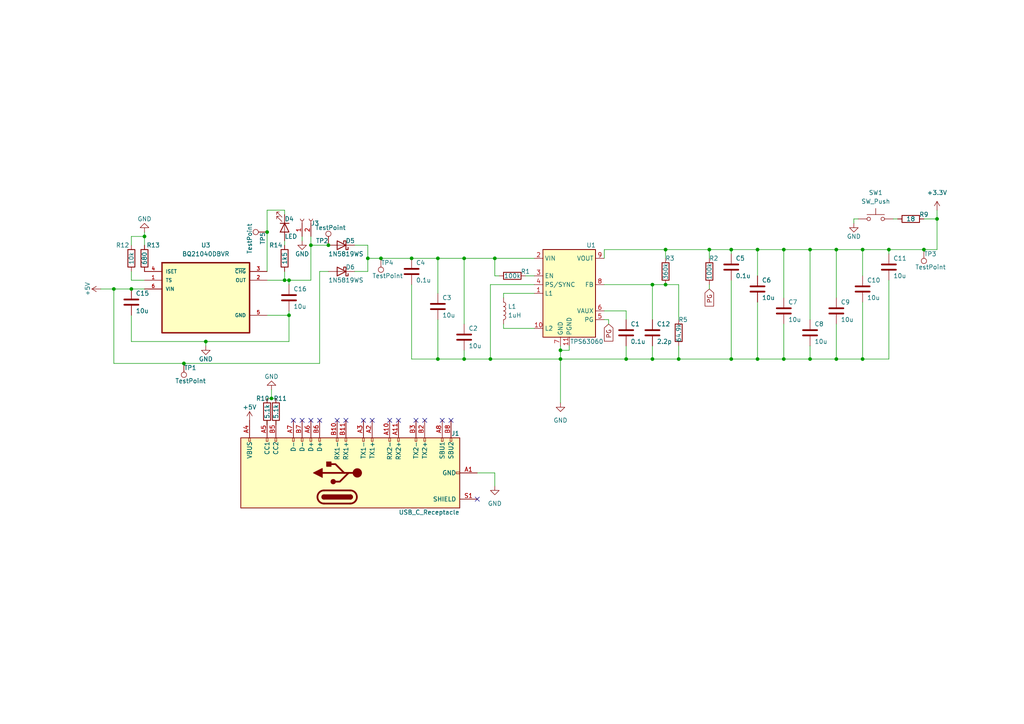
<source format=kicad_sch>
(kicad_sch (version 20230121) (generator eeschema)
  (paper "A4")
  (title_block (title "Buck/Boost Converter") (date "2023-10-27") (rev "01") (company "Cisco Systems - Finn Berg"))
  (lib_symbols
    (symbol "BQ21040DBVR:BQ21040DBVR" (pin_names (offset 1.016))
      (property "Reference" "U" (at -12.7 11.16 0))
      (property "Value" "BQ21040DBVR" (at -12.7 -14.16 0))
      (symbol "BQ21040DBVR_0_0"
        (rectangle (start -12.7 -10.16) (end 12.7 10.16) (stroke (width 0.41)) (fill (type background)))
        (pin input line (at -17.78 5.08 0) (length 5.08) (name "TS") (number "1"))
        (pin output line (at 17.78 5.08 180) (length 5.08) (name "OUT") (number "2"))
        (pin output line (at 17.78 7.62 180) (length 5.08) (name "~{CHG}") (number "3"))
        (pin input line (at -17.78 7.62 0) (length 5.08) (name "ISET") (number "4"))
        (pin power_in line (at 17.78 -5.08 180) (length 5.08) (name "GND") (number "5"))
        (pin input line (at -17.78 2.54 0) (length 5.08) (name "VIN") (number "6"))
      )
    )
    (symbol "Connector:Conn_01x02_Socket" (pin_names (offset 1.016) hide)
      (property "Reference" "J" (at 0 2.54 0))
      (property "Value" "Conn_01x02_Socket" (at 0 -5.08 0))
      (symbol "Conn_01x02_Socket_1_1"
        (arc (start 0 -2.032) (mid -0.5058 -2.54) (end 0 -3.048) (stroke (width 0.1524)))
        (polyline (pts (xy -1.27 -2.54) (xy -0.508 -2.54)) (stroke (width 0.1524)))
        (polyline (pts (xy -1.27 0) (xy -0.508 0)) (stroke (width 0.1524)))
        (arc (start 0 0.508) (mid -0.5058 0) (end 0 -0.508) (stroke (width 0.1524)))
        (pin passive line (at -5.08 0 0) (length 3.81) (name "Pin_1") (number "1"))
        (pin passive line (at -5.08 -2.54 0) (length 3.81) (name "Pin_2") (number "2"))
      )
    )
    (symbol "Connector:TestPoint" (pin_numbers hide) (pin_names (offset 0.762) hide)
      (property "Reference" "TP" (at 0 6.858 0))
      (property "Value" "TestPoint" (at 0 5.08 0))
      (symbol "TestPoint_0_1"
        (circle (center 0 3.302) (radius 0.762))
      )
      (symbol "TestPoint_1_1"
        (pin passive line (at 0 0 90) (length 2.54) (name "1") (number "1"))
      )
    )
    (symbol "Connector:USB_C_Receptacle" (pin_names (offset 1.016))
      (property "Reference" "J" (at -10.16 29.21 0))
      (property "Value" "USB_C_Receptacle" (at 10.16 29.21 0))
      (symbol "USB_C_Receptacle_0_0"
        (rectangle (start -0.254 -35.56) (end 0.254 -34.544))
        (rectangle (start 10.16 -32.766) (end 9.144 -33.274))
        (rectangle (start 10.16 -30.226) (end 9.144 -30.734))
        (rectangle (start 10.16 -25.146) (end 9.144 -25.654))
        (rectangle (start 10.16 -22.606) (end 9.144 -23.114))
        (rectangle (start 10.16 -17.526) (end 9.144 -18.034))
        (rectangle (start 10.16 -14.986) (end 9.144 -15.494))
        (rectangle (start 10.16 -9.906) (end 9.144 -10.414))
        (rectangle (start 10.16 -7.366) (end 9.144 -7.874))
        (rectangle (start 10.16 -2.286) (end 9.144 -2.794))
        (rectangle (start 10.16 0.254) (end 9.144 -0.254))
        (rectangle (start 10.16 5.334) (end 9.144 4.826))
        (rectangle (start 10.16 7.874) (end 9.144 7.366))
        (rectangle (start 10.16 10.414) (end 9.144 9.906))
        (rectangle (start 10.16 12.954) (end 9.144 12.446))
        (rectangle (start 10.16 18.034) (end 9.144 17.526))
        (rectangle (start 10.16 20.574) (end 9.144 20.066))
        (rectangle (start 10.16 25.654) (end 9.144 25.146))
      )
      (symbol "USB_C_Receptacle_0_1"
        (rectangle (start -10.16 27.94) (end 10.16 -35.56) (stroke (width 0.254)) (fill (type background)))
        (arc (start -8.89 -3.81) (mid -6.985 -5.7067) (end -5.08 -3.81) (stroke (width 0.508)))
        (arc (start -7.62 -3.81) (mid -6.985 -4.4423) (end -6.35 -3.81) (stroke (width 0.254)))
        (arc (start -7.62 -3.81) (mid -6.985 -4.4423) (end -6.35 -3.81) (stroke (width 0.254)) (fill (type outline)))
        (rectangle (start -7.62 -3.81) (end -6.35 3.81) (stroke (width 0.254)) (fill (type outline)))
        (arc (start -6.35 3.81) (mid -6.985 4.4423) (end -7.62 3.81) (stroke (width 0.254)))
        (arc (start -6.35 3.81) (mid -6.985 4.4423) (end -7.62 3.81) (stroke (width 0.254)) (fill (type outline)))
        (arc (start -5.08 3.81) (mid -6.985 5.7067) (end -8.89 3.81) (stroke (width 0.508)))
        (polyline (pts (xy -8.89 -3.81) (xy -8.89 3.81)) (stroke (width 0.508)))
        (polyline (pts (xy -5.08 3.81) (xy -5.08 -3.81)) (stroke (width 0.508)))
      )
      (symbol "USB_C_Receptacle_1_1"
        (circle (center -2.54 1.143) (radius 0.635) (stroke (width 0.254)) (fill (type outline)))
        (circle (center 0 -5.842) (radius 1.27) (fill (type outline)))
        (polyline (pts (xy 0 -5.842) (xy 0 4.318)) (stroke (width 0.508)))
        (polyline (pts (xy 0 -3.302) (xy -2.54 -0.762) (xy -2.54 0.508)) (stroke (width 0.508)))
        (polyline (pts (xy 0 -2.032) (xy 2.54 0.508) (xy 2.54 1.778)) (stroke (width 0.508)))
        (polyline (pts (xy -1.27 4.318) (xy 0 6.858) (xy 1.27 4.318) (xy -1.27 4.318)) (stroke (width 0.254)) (fill (type outline)))
        (rectangle (start 1.905 1.778) (end 3.175 3.048) (stroke (width 0.254)) (fill (type outline)))
        (pin passive line (at 0 -40.64 90) (length 5.08) (name "GND") (number "A1"))
        (pin bidirectional line (at 15.24 -15.24 180) (length 5.08) (name "RX2-") (number "A10"))
        (pin bidirectional line (at 15.24 -17.78 180) (length 5.08) (name "RX2+") (number "A11"))
        (pin passive line (at 0 -40.64 90) (length 5.08) hide (name "GND") (number "A12"))
        (pin bidirectional line (at 15.24 -10.16 180) (length 5.08) (name "TX1+") (number "A2"))
        (pin bidirectional line (at 15.24 -7.62 180) (length 5.08) (name "TX1-") (number "A3"))
        (pin passive line (at 15.24 25.4 180) (length 5.08) (name "VBUS") (number "A4"))
        (pin bidirectional line (at 15.24 20.32 180) (length 5.08) (name "CC1") (number "A5"))
        (pin bidirectional line (at 15.24 7.62 180) (length 5.08) (name "D+") (number "A6"))
        (pin bidirectional line (at 15.24 12.7 180) (length 5.08) (name "D-") (number "A7"))
        (pin bidirectional line (at 15.24 -30.48 180) (length 5.08) (name "SBU1") (number "A8"))
        (pin passive line (at 15.24 25.4 180) (length 5.08) hide (name "VBUS") (number "A9"))
        (pin passive line (at 0 -40.64 90) (length 5.08) hide (name "GND") (number "B1"))
        (pin bidirectional line (at 15.24 0 180) (length 5.08) (name "RX1-") (number "B10"))
        (pin bidirectional line (at 15.24 -2.54 180) (length 5.08) (name "RX1+") (number "B11"))
        (pin passive line (at 0 -40.64 90) (length 5.08) hide (name "GND") (number "B12"))
        (pin bidirectional line (at 15.24 -25.4 180) (length 5.08) (name "TX2+") (number "B2"))
        (pin bidirectional line (at 15.24 -22.86 180) (length 5.08) (name "TX2-") (number "B3"))
        (pin passive line (at 15.24 25.4 180) (length 5.08) hide (name "VBUS") (number "B4"))
        (pin bidirectional line (at 15.24 17.78 180) (length 5.08) (name "CC2") (number "B5"))
        (pin bidirectional line (at 15.24 5.08 180) (length 5.08) (name "D+") (number "B6"))
        (pin bidirectional line (at 15.24 10.16 180) (length 5.08) (name "D-") (number "B7"))
        (pin bidirectional line (at 15.24 -33.02 180) (length 5.08) (name "SBU2") (number "B8"))
        (pin passive line (at 15.24 25.4 180) (length 5.08) hide (name "VBUS") (number "B9"))
        (pin passive line (at -7.62 -40.64 90) (length 5.08) (name "SHIELD") (number "S1"))
      )
    )
    (symbol "Device:C" (pin_numbers hide) (pin_names (offset 0.254))
      (property "Reference" "C" (at 0.635 2.54 0))
      (property "Value" "C" (at 0.635 -2.54 0))
      (symbol "C_0_1"
        (polyline (pts (xy -2.032 -0.762) (xy 2.032 -0.762)) (stroke (width 0.508)))
        (polyline (pts (xy -2.032 0.762) (xy 2.032 0.762)) (stroke (width 0.508)))
      )
      (symbol "C_1_1"
        (pin passive line (at 0 3.81 270) (length 2.794) (name "~") (number "1"))
        (pin passive line (at 0 -3.81 90) (length 2.794) (name "~") (number "2"))
      )
    )
    (symbol "Device:L" (pin_numbers hide) (pin_names (offset 1.016) hide)
      (property "Reference" "L" (at -1.27 0 90))
      (property "Value" "L" (at 1.905 0 90))
      (symbol "L_0_1"
        (arc (start 0 -2.54) (mid 0.6323 -1.905) (end 0 -1.27))
        (arc (start 0 -1.27) (mid 0.6323 -0.635) (end 0 0))
        (arc (start 0 0) (mid 0.6323 0.635) (end 0 1.27))
        (arc (start 0 1.27) (mid 0.6323 1.905) (end 0 2.54))
      )
      (symbol "L_1_1"
        (pin passive line (at 0 3.81 270) (length 1.27) (name "1") (number "1"))
        (pin passive line (at 0 -3.81 90) (length 1.27) (name "2") (number "2"))
      )
    )
    (symbol "Device:LED" (pin_numbers hide) (pin_names (offset 1.016) hide)
      (property "Reference" "D" (at 0 2.54 0))
      (property "Value" "LED" (at 0 -2.54 0))
      (symbol "LED_0_1"
        (polyline (pts (xy -1.27 -1.27) (xy -1.27 1.27)) (stroke (width 0.254)))
        (polyline (pts (xy -1.27 0) (xy 1.27 0)))
        (polyline (pts (xy 1.27 -1.27) (xy 1.27 1.27) (xy -1.27 0) (xy 1.27 -1.27)) (stroke (width 0.254)))
        (polyline (pts (xy -3.048 -0.762) (xy -4.572 -2.286) (xy -3.81 -2.286) (xy -4.572 -2.286) (xy -4.572 -1.524)))
        (polyline (pts (xy -1.778 -0.762) (xy -3.302 -2.286) (xy -2.54 -2.286) (xy -3.302 -2.286) (xy -3.302 -1.524)))
      )
      (symbol "LED_1_1"
        (pin passive line (at -3.81 0 0) (length 2.54) (name "K") (number "1"))
        (pin passive line (at 3.81 0 180) (length 2.54) (name "A") (number "2"))
      )
    )
    (symbol "Device:R" (pin_numbers hide) (pin_names (offset 0))
      (property "Reference" "R" (at 2.032 0 90))
      (property "Value" "R" (at 0 0 90))
      (symbol "R_0_1"
        (rectangle (start -1.016 -2.54) (end 1.016 2.54) (stroke (width 0.254)))
      )
      (symbol "R_1_1"
        (pin passive line (at 0 3.81 270) (length 1.27) (name "~") (number "1"))
        (pin passive line (at 0 -3.81 90) (length 1.27) (name "~") (number "2"))
      )
    )
    (symbol "Diode:1N5819WS" (pin_numbers hide) (pin_names (offset 1.016) hide)
      (property "Reference" "D" (at 0 2.54 0))
      (property "Value" "1N5819WS" (at 0 -2.54 0))
      (symbol "1N5819WS_0_1"
        (polyline (pts (xy 1.27 0) (xy -1.27 0)))
        (polyline (pts (xy 1.27 1.27) (xy 1.27 -1.27) (xy -1.27 0) (xy 1.27 1.27)) (stroke (width 0.254)))
        (polyline (pts (xy -1.905 0.635) (xy -1.905 1.27) (xy -1.27 1.27) (xy -1.27 -1.27) (xy -0.635 -1.27) (xy -0.635 -0.635)) (stroke (width 0.254)))
      )
      (symbol "1N5819WS_1_1"
        (pin passive line (at -3.81 0 0) (length 2.54) (name "K") (number "1"))
        (pin passive line (at 3.81 0 180) (length 2.54) (name "A") (number "2"))
      )
    )
    (symbol "Regulator_Switching:TPS63060"
      (property "Reference" "U" (at -7.62 13.97 0))
      (property "Value" "TPS63060" (at 2.54 13.97 0))
      (symbol "TPS63060_0_1"
        (rectangle (start -7.62 12.7) (end 7.62 -12.7) (stroke (width 0.254)) (fill (type background)))
      )
      (symbol "TPS63060_1_1"
        (pin input line (at -10.16 0 0) (length 2.54) (name "L1") (number "1"))
        (pin input line (at -10.16 -10.16 0) (length 2.54) (name "L2") (number "10"))
        (pin power_in line (at 0 -15.24 90) (length 2.54) (name "PGND") (number "11"))
        (pin power_in line (at -10.16 10.16 0) (length 2.54) (name "VIN") (number "2"))
        (pin input line (at -10.16 5.08 0) (length 2.54) (name "EN") (number "3"))
        (pin input line (at -10.16 2.54 0) (length 2.54) (name "PS/SYNC") (number "4"))
        (pin output line (at 10.16 -7.62 180) (length 2.54) (name "PG") (number "5"))
        (pin passive line (at 10.16 -5.08 180) (length 2.54) (name "VAUX") (number "6"))
        (pin power_in line (at -2.54 -15.24 90) (length 2.54) (name "GND") (number "7"))
        (pin input line (at 10.16 2.54 180) (length 2.54) (name "FB") (number "8"))
        (pin power_out line (at 10.16 10.16 180) (length 2.54) (name "VOUT") (number "9"))
      )
    )
    (symbol "Switch:SW_Push" (pin_numbers hide) (pin_names (offset 1.016) hide)
      (property "Reference" "SW" (at 1.27 2.54 0))
      (property "Value" "SW_Push" (at 0 -1.524 0))
      (symbol "SW_Push_0_1"
        (circle (center -2.032 0) (radius 0.508))
        (polyline (pts (xy 0 1.27) (xy 0 3.048)))
        (polyline (pts (xy 2.54 1.27) (xy -2.54 1.27)))
        (circle (center 2.032 0) (radius 0.508))
        (pin passive line (at -5.08 0 0) (length 2.54) (name "1") (number "1"))
        (pin passive line (at 5.08 0 180) (length 2.54) (name "2") (number "2"))
      )
    )
    (symbol "power:+3.3V" (power) (pin_names (offset 0))
      (property "Value" "+3.3V" (at 0 3.556 0))
      (symbol "+3.3V_0_1"
        (polyline (pts (xy -0.762 1.27) (xy 0 2.54)))
        (polyline (pts (xy 0 0) (xy 0 2.54)))
        (polyline (pts (xy 0 2.54) (xy 0.762 1.27)))
      )
      (symbol "+3.3V_1_1"
        (pin power_in line (at 0 0 90) (length 0) hide (name "+3.3V") (number "1"))
      )
    )
    (symbol "power:+5V" (power) (pin_names (offset 0))
      (property "Value" "+5V" (at 0 3.556 0))
      (symbol "+5V_0_1"
        (polyline (pts (xy -0.762 1.27) (xy 0 2.54)))
        (polyline (pts (xy 0 0) (xy 0 2.54)))
        (polyline (pts (xy 0 2.54) (xy 0.762 1.27)))
      )
      (symbol "+5V_1_1"
        (pin power_in line (at 0 0 90) (length 0) hide (name "+5V") (number "1"))
      )
    )
    (symbol "power:GND" (power) (pin_names (offset 0))
      (property "Value" "GND" (at 0 -3.81 0))
      (symbol "GND_0_1"
        (polyline (pts (xy 0 0) (xy 0 -1.27) (xy 1.27 -1.27) (xy 0 -2.54) (xy -1.27 -1.27) (xy 0 -1.27)))
      )
      (symbol "GND_1_1"
        (pin power_in line (at 0 0 270) (length 0) hide (name "GND") (number "1"))
      )
    )
  )
  (junction (at 193.04 72.39))
  (junction (at 134.62 104.14))
  (junction (at 189.23 82.55))
  (junction (at 106.68 74.93))
  (junction (at 41.91 68.58))
  (junction (at 53.34 105.41))
  (junction (at 82.55 81.28))
  (junction (at 59.69 99.06))
  (junction (at 227.33 104.14))
  (junction (at 193.04 82.55))
  (junction (at 196.85 104.14))
  (junction (at 234.95 104.14))
  (junction (at 83.82 81.28))
  (junction (at 257.81 72.39))
  (junction (at 134.62 74.93))
  (junction (at 242.57 72.39))
  (junction (at 90.17 71.12))
  (junction (at 234.95 72.39))
  (junction (at 250.19 104.14))
  (junction (at 33.02 83.82))
  (junction (at 205.74 72.39))
  (junction (at 181.61 104.14))
  (junction (at 271.78 63.5))
  (junction (at 77.47 67.31))
  (junction (at 250.19 72.39))
  (junction (at 143.51 74.93))
  (junction (at 38.1 83.82))
  (junction (at 212.09 104.14))
  (junction (at 127 74.93))
  (junction (at 127 104.14))
  (junction (at 219.71 104.14))
  (junction (at 227.33 72.39))
  (junction (at 162.56 101.6))
  (junction (at 83.82 91.44))
  (junction (at 119.38 74.93))
  (junction (at 242.57 104.14))
  (junction (at 142.24 104.14))
  (junction (at 162.56 104.14))
  (junction (at 78.74 115.57))
  (junction (at 95.25 71.12))
  (junction (at 110.49 74.93))
  (junction (at 219.71 72.39))
  (junction (at 189.23 104.14))
  (junction (at 267.97 72.39))
  (junction (at 212.09 72.39))
  (no_connect (at 113.03 121.92))
  (no_connect (at 85.09 121.92))
  (no_connect (at 107.95 121.92))
  (no_connect (at 130.81 121.92))
  (no_connect (at 92.71 121.92))
  (no_connect (at 87.63 121.92))
  (no_connect (at 105.41 121.92))
  (no_connect (at 120.65 121.92))
  (no_connect (at 90.17 121.92))
  (no_connect (at 115.57 121.92))
  (no_connect (at 123.19 121.92))
  (no_connect (at 138.43 144.78))
  (no_connect (at 97.79 121.92))
  (no_connect (at 100.33 121.92))
  (no_connect (at 128.27 121.92))
  (wire (pts (xy 219.71 80.01) (xy 219.71 72.39)))
  (wire (pts (xy 165.1 101.6) (xy 162.56 101.6)))
  (wire (pts (xy 92.71 105.41) (xy 92.71 78.74)))
  (wire (pts (xy 219.71 104.14) (xy 227.33 104.14)))
  (wire (pts (xy 181.61 90.17) (xy 175.26 90.17)))
  (wire (pts (xy 59.69 99.06) (xy 38.1 99.06)))
  (wire (pts (xy 87.63 68.58) (xy 87.63 69.85)))
  (wire (pts (xy 196.85 104.14) (xy 212.09 104.14)))
  (wire (pts (xy 193.04 72.39) (xy 193.04 74.93)))
  (wire (pts (xy 212.09 72.39) (xy 219.71 72.39)))
  (wire (pts (xy 212.09 104.14) (xy 219.71 104.14)))
  (wire (pts (xy 250.19 72.39) (xy 257.81 72.39)))
  (wire (pts (xy 38.1 78.74) (xy 38.1 81.28)))
  (wire (pts (xy 119.38 104.14) (xy 127 104.14)))
  (wire (pts (xy 77.47 67.31) (xy 77.47 78.74)))
  (wire (pts (xy 242.57 72.39) (xy 250.19 72.39)))
  (wire (pts (xy 59.69 100.33) (xy 59.69 99.06)))
  (wire (pts (xy 175.26 72.39) (xy 193.04 72.39)))
  (wire (pts (xy 212.09 73.66) (xy 212.09 72.39)))
  (wire (pts (xy 162.56 104.14) (xy 181.61 104.14)))
  (wire (pts (xy 143.51 74.93) (xy 154.94 74.93)))
  (wire (pts (xy 234.95 100.33) (xy 234.95 104.14)))
  (wire (pts (xy 127 92.71) (xy 127 104.14)))
  (wire (pts (xy 119.38 74.93) (xy 127 74.93)))
  (wire (pts (xy 242.57 104.14) (xy 250.19 104.14)))
  (wire (pts (xy 33.02 105.41) (xy 53.34 105.41)))
  (wire (pts (xy 267.97 72.39) (xy 271.78 72.39)))
  (wire (pts (xy 176.53 92.71) (xy 175.26 92.71)))
  (wire (pts (xy 106.68 74.93) (xy 110.49 74.93)))
  (wire (pts (xy 134.62 101.6) (xy 134.62 104.14)))
  (wire (pts (xy 38.1 81.28) (xy 41.91 81.28)))
  (wire (pts (xy 189.23 82.55) (xy 189.23 92.71)))
  (wire (pts (xy 152.4 80.01) (xy 154.94 80.01)))
  (wire (pts (xy 82.55 60.96) (xy 77.47 60.96)))
  (wire (pts (xy 90.17 71.12) (xy 95.25 71.12)))
  (wire (pts (xy 219.71 72.39) (xy 227.33 72.39)))
  (wire (pts (xy 33.02 83.82) (xy 38.1 83.82)))
  (wire (pts (xy 176.53 92.71) (xy 176.53 93.98)))
  (wire (pts (xy 196.85 100.33) (xy 196.85 104.14)))
  (wire (pts (xy 162.56 100.33) (xy 162.56 101.6)))
  (wire (pts (xy 134.62 74.93) (xy 143.51 74.93)))
  (wire (pts (xy 154.94 95.25) (xy 146.05 95.25)))
  (wire (pts (xy 38.1 83.82) (xy 41.91 83.82)))
  (wire (pts (xy 181.61 100.33) (xy 181.61 104.14)))
  (wire (pts (xy 77.47 123.19) (xy 77.47 121.92)))
  (wire (pts (xy 127 85.09) (xy 127 74.93)))
  (wire (pts (xy 227.33 86.36) (xy 227.33 72.39)))
  (wire (pts (xy 250.19 87.63) (xy 250.19 104.14)))
  (wire (pts (xy 205.74 83.82) (xy 205.74 82.55)))
  (wire (pts (xy 106.68 74.93) (xy 106.68 78.74)))
  (wire (pts (xy 242.57 93.98) (xy 242.57 104.14)))
  (wire (pts (xy 181.61 104.14) (xy 189.23 104.14)))
  (wire (pts (xy 38.1 68.58) (xy 41.91 68.58)))
  (wire (pts (xy 271.78 60.96) (xy 271.78 63.5)))
  (wire (pts (xy 212.09 81.28) (xy 212.09 104.14)))
  (wire (pts (xy 189.23 100.33) (xy 189.23 104.14)))
  (wire (pts (xy 29.21 83.82) (xy 33.02 83.82)))
  (wire (pts (xy 106.68 78.74) (xy 102.87 78.74)))
  (wire (pts (xy 257.81 73.66) (xy 257.81 72.39)))
  (wire (pts (xy 162.56 101.6) (xy 162.56 104.14)))
  (wire (pts (xy 189.23 82.55) (xy 193.04 82.55)))
  (wire (pts (xy 92.71 78.74) (xy 95.25 78.74)))
  (wire (pts (xy 106.68 71.12) (xy 106.68 74.93)))
  (wire (pts (xy 234.95 92.71) (xy 234.95 72.39)))
  (wire (pts (xy 143.51 137.16) (xy 138.43 137.16)))
  (wire (pts (xy 248.92 63.5) (xy 247.65 63.5)))
  (wire (pts (xy 78.74 115.57) (xy 80.01 115.57)))
  (wire (pts (xy 38.1 71.12) (xy 38.1 68.58)))
  (wire (pts (xy 271.78 63.5) (xy 271.78 72.39)))
  (wire (pts (xy 193.04 72.39) (xy 205.74 72.39)))
  (wire (pts (xy 82.55 78.74) (xy 82.55 81.28)))
  (wire (pts (xy 80.01 123.19) (xy 80.01 121.92)))
  (wire (pts (xy 250.19 104.14) (xy 257.81 104.14)))
  (wire (pts (xy 142.24 82.55) (xy 142.24 104.14)))
  (wire (pts (xy 175.26 72.39) (xy 175.26 74.93)))
  (wire (pts (xy 134.62 104.14) (xy 142.24 104.14)))
  (wire (pts (xy 33.02 83.82) (xy 33.02 105.41)))
  (wire (pts (xy 267.97 63.5) (xy 271.78 63.5)))
  (wire (pts (xy 162.56 104.14) (xy 162.56 116.84)))
  (wire (pts (xy 196.85 92.71) (xy 196.85 82.55)))
  (wire (pts (xy 154.94 85.09) (xy 146.05 85.09)))
  (wire (pts (xy 77.47 81.28) (xy 82.55 81.28)))
  (wire (pts (xy 110.49 74.93) (xy 119.38 74.93)))
  (wire (pts (xy 53.34 105.41) (xy 92.71 105.41)))
  (wire (pts (xy 175.26 82.55) (xy 189.23 82.55)))
  (wire (pts (xy 193.04 82.55) (xy 196.85 82.55)))
  (wire (pts (xy 41.91 68.58) (xy 41.91 67.31)))
  (wire (pts (xy 83.82 90.17) (xy 83.82 91.44)))
  (wire (pts (xy 38.1 99.06) (xy 38.1 91.44)))
  (wire (pts (xy 77.47 91.44) (xy 83.82 91.44)))
  (wire (pts (xy 82.55 60.96) (xy 82.55 62.23)))
  (wire (pts (xy 142.24 104.14) (xy 162.56 104.14)))
  (wire (pts (xy 127 74.93) (xy 134.62 74.93)))
  (wire (pts (xy 259.08 63.5) (xy 260.35 63.5)))
  (wire (pts (xy 227.33 93.98) (xy 227.33 104.14)))
  (wire (pts (xy 247.65 63.5) (xy 247.65 64.77)))
  (wire (pts (xy 227.33 72.39) (xy 234.95 72.39)))
  (wire (pts (xy 143.51 80.01) (xy 144.78 80.01)))
  (wire (pts (xy 78.74 115.57) (xy 77.47 115.57)))
  (wire (pts (xy 242.57 86.36) (xy 242.57 72.39)))
  (wire (pts (xy 127 104.14) (xy 134.62 104.14)))
  (wire (pts (xy 146.05 85.09) (xy 146.05 86.36)))
  (wire (pts (xy 234.95 104.14) (xy 242.57 104.14)))
  (wire (pts (xy 205.74 72.39) (xy 212.09 72.39)))
  (wire (pts (xy 82.55 69.85) (xy 82.55 71.12)))
  (wire (pts (xy 219.71 87.63) (xy 219.71 104.14)))
  (wire (pts (xy 78.74 113.03) (xy 78.74 115.57)))
  (wire (pts (xy 146.05 95.25) (xy 146.05 93.98)))
  (wire (pts (xy 143.51 74.93) (xy 143.51 80.01)))
  (wire (pts (xy 82.55 81.28) (xy 83.82 81.28)))
  (wire (pts (xy 165.1 100.33) (xy 165.1 101.6)))
  (wire (pts (xy 234.95 72.39) (xy 242.57 72.39)))
  (wire (pts (xy 134.62 93.98) (xy 134.62 74.93)))
  (wire (pts (xy 102.87 71.12) (xy 106.68 71.12)))
  (wire (pts (xy 77.47 60.96) (xy 77.47 67.31)))
  (wire (pts (xy 250.19 80.01) (xy 250.19 72.39)))
  (wire (pts (xy 90.17 81.28) (xy 90.17 71.12)))
  (wire (pts (xy 59.69 99.06) (xy 83.82 99.06)))
  (wire (pts (xy 41.91 71.12) (xy 41.91 68.58)))
  (wire (pts (xy 83.82 91.44) (xy 83.82 99.06)))
  (wire (pts (xy 154.94 82.55) (xy 142.24 82.55)))
  (wire (pts (xy 189.23 104.14) (xy 196.85 104.14)))
  (wire (pts (xy 90.17 71.12) (xy 90.17 68.58)))
  (wire (pts (xy 83.82 82.55) (xy 83.82 81.28)))
  (wire (pts (xy 257.81 72.39) (xy 267.97 72.39)))
  (wire (pts (xy 205.74 72.39) (xy 205.74 74.93)))
  (wire (pts (xy 119.38 82.55) (xy 119.38 104.14)))
  (wire (pts (xy 227.33 104.14) (xy 234.95 104.14)))
  (wire (pts (xy 257.81 104.14) (xy 257.81 81.28)))
  (wire (pts (xy 143.51 140.97) (xy 143.51 137.16)))
  (wire (pts (xy 83.82 81.28) (xy 90.17 81.28)))
  (wire (pts (xy 181.61 92.71) (xy 181.61 90.17)))
  (global_label "PG" (shape input) (at 176.53 93.98 270) (property "Intersheetrefs" "${INTERSHEET_REFS}" (effects hide)))
  (global_label "PG" (shape input) (at 205.74 83.82 270) (property "Intersheetrefs" "${INTERSHEET_REFS}" (effects hide)))
  (symbol (lib_id "Device:R") (at 77.47 119.38 180) (unit 1)
    (property "Reference" "R10" (at 76.2 115.57 0))
    (property "Value" "5.1k" (at 77.47 119.38 90))
    (property "Footprint" "Resistor_SMD:R_0402_1005Metric" (effects hide))
  )
  (symbol (lib_id "BQ21040DBVR:BQ21040DBVR") (at 59.69 86.36 0) (unit 1)
    (property "Reference" "U3" (at 59.69 71.12 0))
    (property "Value" "BQ21040DBVR" (at 59.69 73.66 0))
    (property "Footprint" "BQ21040DBVR:SOT95P280X145-6N" (effects hide))
    (property "MF" "Texas Instruments" (effects hide))
    (property "Description" "\n1-cell, 0.8-A Li-ion and Li-polymer battery charger\n" (effects hide))
    (property "Package" "SOT-23-6 Texas Instruments" (effects hide))
    (property "Price" "None" (effects hide))
    (property "SnapEDA_Link" "https://www.snapeda.com/parts/BQ21040DBVR/Texas+Instruments/view-part/?ref=snap" (effects hide))
    (property "MP" "BQ21040DBVR" (effects hide))
    (property "Purchase-URL" "https://www.snapeda.com/api/url_track_click_mouser/?unipart_id=505197&manufacturer=Texas Instruments&part_name=BQ21040DBVR&search_term=bq21040" (effects hide))
    (property "Availability" "In Stock" (effects hide))
    (property "Check_prices" "https://www.snapeda.com/parts/BQ21040DBVR/Texas+Instruments/view-part/?ref=eda" (effects hide))
  )
  (symbol (lib_id "Device:R") (at 82.55 74.93 180) (unit 1)
    (property "Reference" "R14" (at 80.01 71.12 0))
    (property "Value" "1k5" (at 82.55 74.93 90))
    (property "Footprint" "Resistor_SMD:R_0805_2012Metric" (effects hide))
  )
  (symbol (lib_id "Device:C") (at 134.62 97.79 0) (unit 1)
    (property "Reference" "C2" (at 135.89 95.25 0) (effects (justify left)))
    (property "Value" "10u" (at 135.89 100.33 0) (effects (justify left)))
    (property "Footprint" "Capacitor_SMD:C_0805_2012Metric" (effects hide))
  )
  (symbol (lib_id "Connector:TestPoint") (at 53.34 105.41 180) (unit 1)
    (property "Reference" "TP1" (at 53.34 106.68 0) (effects (justify right)))
    (property "Value" "TestPoint" (at 50.8 110.49 0) (effects (justify right)))
    (property "Footprint" "TestPoint:TestPoint_THTPad_D2.0mm_Drill1.0mm" (effects hide))
  )
  (symbol (lib_id "Device:R") (at 148.59 80.01 90) (unit 1)
    (property "Reference" "R1" (at 152.4 78.74 90))
    (property "Value" "100k" (at 148.59 80.01 90))
    (property "Footprint" "Resistor_SMD:R_0402_1005Metric" (effects hide))
  )
  (symbol (lib_id "Device:R") (at 41.91 74.93 180) (unit 1)
    (property "Reference" "R13" (at 44.45 71.12 0))
    (property "Value" "680" (at 41.91 74.93 90))
    (property "Footprint" "Resistor_SMD:R_0805_2012Metric" (effects hide))
  )
  (symbol (lib_id "Diode:1N5819WS") (at 99.06 71.12 180) (unit 1)
    (property "Reference" "D5" (at 101.6 69.85 0))
    (property "Value" "1N5819WS" (at 100.33 73.66 0))
    (property "Footprint" "Diode_SMD:D_SOD-323" (effects hide))
    (property "Datasheet" "https://datasheet.lcsc.com/lcsc/2204281430_Guangdong-Hottech-1N5819WS_C191023.pdf" (effects hide))
  )
  (symbol (lib_id "Device:C") (at 38.1 87.63 0) (unit 1)
    (property "Reference" "C15" (at 39.37 85.09 0) (effects (justify left)))
    (property "Value" "10u" (at 39.37 90.17 0) (effects (justify left)))
    (property "Footprint" "Capacitor_SMD:C_0805_2012Metric" (effects hide))
  )
  (symbol (lib_id "Device:R") (at 264.16 63.5 270) (unit 1)
    (property "Reference" "R9" (at 267.97 62.23 90))
    (property "Value" "18" (at 264.16 63.5 90))
    (property "Footprint" "Resistor_SMD:R_1218_3246Metric" (effects hide))
  )
  (symbol (lib_id "power:GND") (at 162.56 116.84 0) (unit 1)
    (property "Reference" "#PWR01" (effects hide))
    (property "Value" "GND" (at 162.56 121.92 0))
  )
  (symbol (lib_id "Switch:SW_Push") (at 254 63.5 0) (unit 1)
    (property "Reference" "SW1" (at 254 55.88 0))
    (property "Value" "SW_Push" (at 254 58.42 0))
    (property "Footprint" "Button_Switch_SMD:SW_DIP_SPSTx01_Slide_6.7x4.1mm_W6.73mm_P2.54mm_LowProfile_JPin" (effects hide))
  )
  (symbol (lib_id "Device:R") (at 205.74 78.74 180) (unit 1)
    (property "Reference" "R2" (at 207.01 74.93 0))
    (property "Value" "100k" (at 205.74 78.74 90))
    (property "Footprint" "Resistor_SMD:R_0402_1005Metric" (effects hide))
  )
  (symbol (lib_id "Device:C") (at 212.09 77.47 0) (unit 1)
    (property "Reference" "C5" (at 213.36 74.93 0) (effects (justify left)))
    (property "Value" "0.1u" (at 213.36 80.01 0) (effects (justify left)))
    (property "Footprint" "Capacitor_SMD:C_0805_2012Metric" (effects hide))
  )
  (symbol (lib_id "Diode:1N5819WS") (at 99.06 78.74 180) (unit 1)
    (property "Reference" "D6" (at 101.6 77.47 0))
    (property "Value" "1N5819WS" (at 100.33 81.28 0))
    (property "Footprint" "Diode_SMD:D_SOD-323" (effects hide))
    (property "Datasheet" "https://datasheet.lcsc.com/lcsc/2204281430_Guangdong-Hottech-1N5819WS_C191023.pdf" (effects hide))
  )
  (symbol (lib_id "Connector:TestPoint") (at 110.49 74.93 180) (unit 1)
    (property "Reference" "TP4" (at 110.49 76.2 0) (effects (justify right)))
    (property "Value" "TestPoint" (at 107.95 80.01 0) (effects (justify right)))
    (property "Footprint" "TestPoint:TestPoint_THTPad_D2.0mm_Drill1.0mm" (effects hide))
  )
  (symbol (lib_id "Device:R") (at 193.04 78.74 180) (unit 1)
    (property "Reference" "R3" (at 194.31 74.93 0))
    (property "Value" "360k" (at 193.04 78.74 90))
    (property "Footprint" "Resistor_SMD:R_0402_1005Metric" (effects hide))
  )
  (symbol (lib_id "Device:L") (at 146.05 90.17 0) (unit 1)
    (property "Reference" "L1" (at 147.32 88.9 0) (effects (justify left)))
    (property "Value" "1uH" (at 147.32 91.44 0) (effects (justify left)))
    (property "Footprint" "Inductor_SMD:L_0805_2012Metric" (effects hide))
  )
  (symbol (lib_id "power:GND") (at 41.91 67.31 180) (unit 1)
    (property "Reference" "#PWR013" (effects hide))
    (property "Value" "GND" (at 41.91 63.5 0))
  )
  (symbol (lib_id "Device:C") (at 181.61 96.52 0) (unit 1)
    (property "Reference" "C1" (at 182.88 93.98 0) (effects (justify left)))
    (property "Value" "0.1u" (at 182.88 99.06 0) (effects (justify left)))
    (property "Footprint" "Capacitor_SMD:C_0805_2012Metric" (effects hide))
  )
  (symbol (lib_id "Device:R") (at 38.1 74.93 180) (unit 1)
    (property "Reference" "R12" (at 35.56 71.12 0))
    (property "Value" "10k" (at 38.1 74.93 90))
    (property "Footprint" "Resistor_SMD:R_0805_2012Metric" (effects hide))
  )
  (symbol (lib_id "Connector:USB_C_Receptacle") (at 97.79 137.16 90) (unit 1)
    (property "Reference" "J1" (at 132.08 125.73 90))
    (property "Value" "USB_C_Receptacle" (at 124.46 148.59 90))
    (property "Footprint" "Connector_USB:USB_C_Receptacle_HRO_TYPE-C-31-M-12" (effects hide))
    (property "Datasheet" "https://www.usb.org/sites/default/files/documents/usb_type-c.zip" (effects hide))
  )
  (symbol (lib_id "Device:C") (at 250.19 83.82 0) (unit 1)
    (property "Reference" "C10" (at 251.46 81.28 0) (effects (justify left)))
    (property "Value" "10u" (at 251.46 86.36 0) (effects (justify left)))
    (property "Footprint" "Capacitor_SMD:C_0805_2012Metric" (effects hide))
  )
  (symbol (lib_id "Connector:TestPoint") (at 267.97 72.39 180) (unit 1)
    (property "Reference" "TP3" (at 267.97 73.66 0) (effects (justify right)))
    (property "Value" "TestPoint" (at 265.43 77.47 0) (effects (justify right)))
    (property "Footprint" "TestPoint:TestPoint_THTPad_D2.0mm_Drill1.0mm" (effects hide))
  )
  (symbol (lib_id "Device:C") (at 242.57 90.17 0) (unit 1)
    (property "Reference" "C9" (at 243.84 87.63 0) (effects (justify left)))
    (property "Value" "10u" (at 243.84 92.71 0) (effects (justify left)))
    (property "Footprint" "Capacitor_SMD:C_0805_2012Metric" (effects hide))
  )
  (symbol (lib_id "Device:C") (at 257.81 77.47 0) (unit 1)
    (property "Reference" "C11" (at 259.08 74.93 0) (effects (justify left)))
    (property "Value" "10u" (at 259.08 80.01 0) (effects (justify left)))
    (property "Footprint" "Capacitor_SMD:C_0805_2012Metric" (effects hide))
  )
  (symbol (lib_id "Device:R") (at 196.85 96.52 180) (unit 1)
    (property "Reference" "R5" (at 198.12 92.71 0))
    (property "Value" "64.9k" (at 196.85 96.52 90))
    (property "Footprint" "Resistor_SMD:R_0402_1005Metric" (effects hide))
  )
  (symbol (lib_id "Device:C") (at 189.23 96.52 0) (unit 1)
    (property "Reference" "C12" (at 190.5 93.98 0) (effects (justify left)))
    (property "Value" "2.2p" (at 190.5 99.06 0) (effects (justify left)))
    (property "Footprint" "Capacitor_SMD:C_0805_2012Metric" (effects hide))
  )
  (symbol (lib_id "Device:LED") (at 82.55 66.04 270) (unit 1)
    (property "Reference" "D4" (at 82.55 63.5 90) (effects (justify left)))
    (property "Value" "LED" (at 82.55 68.58 90) (effects (justify left)))
    (property "Footprint" "Diode_SMD:D_0805_2012Metric" (effects hide))
  )
  (symbol (lib_id "power:+5V") (at 29.21 83.82 90) (unit 1)
    (property "Reference" "#PWR014" (effects hide))
    (property "Value" "+5V" (at 25.4 83.82 0))
  )
  (symbol (lib_id "Connector:TestPoint") (at 95.25 71.12 0) (unit 1)
    (property "Reference" "TP2" (at 95.25 69.85 0) (effects (justify right)))
    (property "Value" "TestPoint" (at 100.33 66.04 0) (effects (justify right)))
    (property "Footprint" "TestPoint:TestPoint_THTPad_D2.0mm_Drill1.0mm" (effects hide))
  )
  (symbol (lib_id "power:+3.3V") (at 271.78 60.96 0) (unit 1)
    (property "Reference" "#PWR02" (effects hide))
    (property "Value" "+3.3V" (at 271.78 55.88 0))
  )
  (symbol (lib_id "Connector:Conn_01x02_Socket") (at 87.63 63.5 90) (unit 1)
    (property "Reference" "J3" (at 90.17 64.77 90) (effects (justify right)))
    (property "Value" "Conn_01x02_Socket" (effects hide))
    (property "Footprint" "Connector_JST:JST_PH_S2B-PH-SM4-TB_1x02-1MP_P2.00mm_Horizontal" (effects hide))
  )
  (symbol (lib_id "power:GND") (at 87.63 69.85 0) (unit 1)
    (property "Reference" "#PWR012" (effects hide))
    (property "Value" "GND" (at 87.63 73.66 0))
  )
  (symbol (lib_id "power:GND") (at 247.65 64.77 0) (unit 1)
    (property "Reference" "#PWR06" (effects hide))
    (property "Value" "GND" (at 247.65 68.58 0))
  )
  (symbol (lib_id "Connector:TestPoint") (at 77.47 67.31 90) (unit 1)
    (property "Reference" "TP5" (at 76.2 67.31 0) (effects (justify right)))
    (property "Value" "TestPoint" (at 72.39 64.77 0) (effects (justify right)))
    (property "Footprint" "TestPoint:TestPoint_THTPad_D2.0mm_Drill1.0mm" (effects hide))
  )
  (symbol (lib_id "power:GND") (at 143.51 140.97 0) (unit 1)
    (property "Reference" "#PWR03" (effects hide))
    (property "Value" "GND" (at 143.51 146.05 0))
  )
  (symbol (lib_id "power:GND") (at 78.74 113.03 180) (unit 1)
    (property "Reference" "#PWR010" (effects hide))
    (property "Value" "GND" (at 78.74 109.22 0))
  )
  (symbol (lib_id "Device:C") (at 119.38 78.74 0) (unit 1)
    (property "Reference" "C4" (at 120.65 76.2 0) (effects (justify left)))
    (property "Value" "0.1u" (at 120.65 81.28 0) (effects (justify left)))
    (property "Footprint" "Capacitor_SMD:C_0805_2012Metric" (effects hide))
  )
  (symbol (lib_id "Device:C") (at 83.82 86.36 0) (unit 1)
    (property "Reference" "C16" (at 85.09 83.82 0) (effects (justify left)))
    (property "Value" "10u" (at 85.09 88.9 0) (effects (justify left)))
    (property "Footprint" "Capacitor_SMD:C_0805_2012Metric" (effects hide))
  )
  (symbol (lib_id "power:GND") (at 59.69 100.33 0) (unit 1)
    (property "Reference" "#PWR011" (effects hide))
    (property "Value" "GND" (at 59.69 104.14 0))
  )
  (symbol (lib_id "Device:C") (at 219.71 83.82 0) (unit 1)
    (property "Reference" "C6" (at 220.98 81.28 0) (effects (justify left)))
    (property "Value" "10u" (at 220.98 86.36 0) (effects (justify left)))
    (property "Footprint" "Capacitor_SMD:C_0805_2012Metric" (effects hide))
  )
  (symbol (lib_id "Device:C") (at 127 88.9 0) (unit 1)
    (property "Reference" "C3" (at 128.27 86.36 0) (effects (justify left)))
    (property "Value" "10u" (at 128.27 91.44 0) (effects (justify left)))
    (property "Footprint" "Capacitor_SMD:C_0805_2012Metric" (effects hide))
  )
  (symbol (lib_id "Device:C") (at 227.33 90.17 0) (unit 1)
    (property "Reference" "C7" (at 228.6 87.63 0) (effects (justify left)))
    (property "Value" "10u" (at 228.6 92.71 0) (effects (justify left)))
    (property "Footprint" "Capacitor_SMD:C_0805_2012Metric" (effects hide))
  )
  (symbol (lib_id "power:+5V") (at 72.39 121.92 0) (unit 1)
    (property "Reference" "#PWR08" (effects hide))
    (property "Value" "+5V" (at 72.39 118.11 0))
  )
  (symbol (lib_id "Device:C") (at 234.95 96.52 0) (unit 1)
    (property "Reference" "C8" (at 236.22 93.98 0) (effects (justify left)))
    (property "Value" "10u" (at 236.22 99.06 0) (effects (justify left)))
    (property "Footprint" "Capacitor_SMD:C_0805_2012Metric" (effects hide))
  )
  (symbol (lib_id "Device:R") (at 80.01 119.38 180) (unit 1)
    (property "Reference" "R11" (at 81.28 115.57 0))
    (property "Value" "5.1k" (at 80.01 119.38 90))
    (property "Footprint" "Resistor_SMD:R_0402_1005Metric" (effects hide))
  )
  (symbol (lib_id "Regulator_Switching:TPS63060") (at 165.1 85.09 0) (unit 1)
    (property "Reference" "U1" (at 171.45 71.12 0))
    (property "Value" "TPS63060" (at 170.18 99.06 0))
    (property "Footprint" "Package_SON:Texas_S-PWSON-N10_ThermalVias" (effects hide))
    (property "Datasheet" "http://www.ti.com/lit/ds/symlink/tps63060.pdf" (effects hide))
  )
)
</source>
